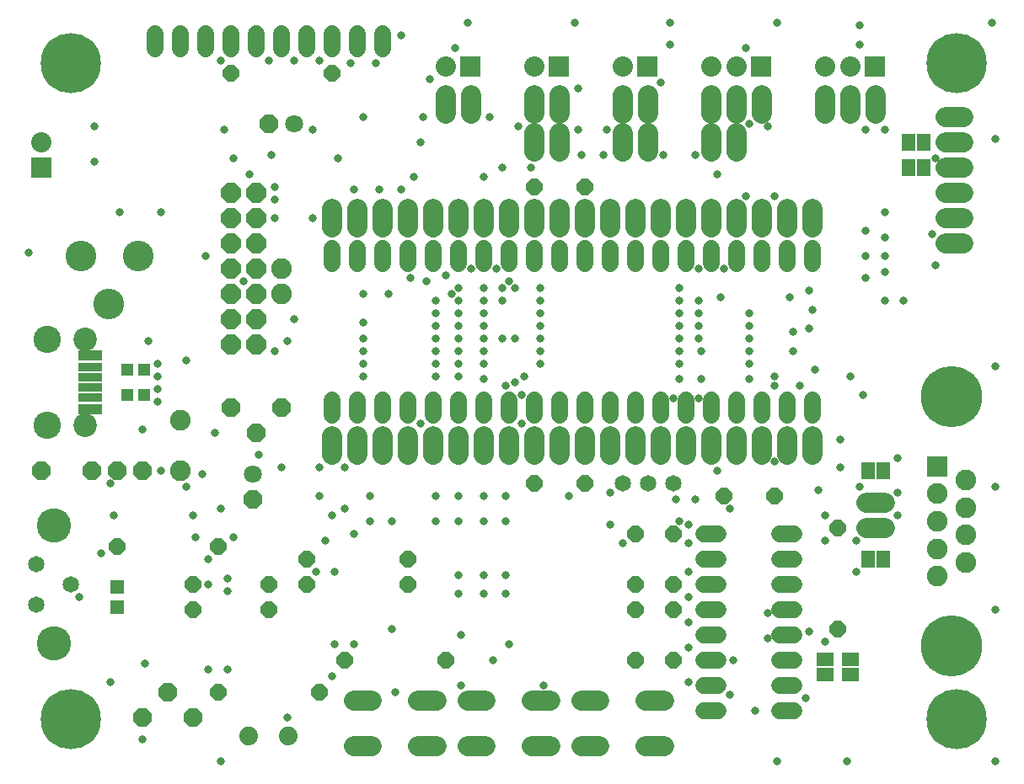
<source format=gts>
G04 EAGLE Gerber RS-274X export*
G75*
%MOMM*%
%FSLAX34Y34*%
%LPD*%
%INSoldermask Top*%
%IPPOS*%
%AMOC8*
5,1,8,0,0,1.08239X$1,22.5*%
G01*
%ADD10P,1.803519X8X202.500000*%
%ADD11P,1.803519X8X112.500000*%
%ADD12P,1.951982X8X292.500000*%
%ADD13C,1.803400*%
%ADD14P,1.803519X8X22.500000*%
%ADD15P,1.951982X8X202.500000*%
%ADD16C,3.083200*%
%ADD17R,2.032000X2.032000*%
%ADD18C,2.032000*%
%ADD19R,2.453200X0.903200*%
%ADD20R,2.453200X0.963200*%
%ADD21R,2.453200X1.003200*%
%ADD22C,2.363200*%
%ADD23C,2.743200*%
%ADD24C,2.082800*%
%ADD25C,6.045200*%
%ADD26C,1.666238*%
%ADD27C,2.032000*%
%ADD28P,2.199416X8X112.500000*%
%ADD29R,1.403200X1.403200*%
%ADD30P,1.803519X8X292.500000*%
%ADD31R,1.203200X1.303200*%
%ADD32P,2.034460X8X202.500000*%
%ADD33P,2.034460X8X22.500000*%
%ADD34C,1.879600*%
%ADD35R,1.371600X1.803400*%
%ADD36R,1.803400X1.371600*%
%ADD37C,1.643200*%
%ADD38C,3.443200*%
%ADD39P,1.973413X8X22.500000*%
%ADD40R,2.082800X2.082800*%
%ADD41C,6.146800*%
%ADD42C,0.812800*%


D10*
X571500Y292100D03*
X520700Y292100D03*
D11*
X660400Y190500D03*
X660400Y241300D03*
X660400Y114300D03*
X660400Y165100D03*
D12*
X238125Y276225D03*
D13*
X238125Y301625D03*
D11*
X622300Y114300D03*
X622300Y165100D03*
D10*
X762000Y279400D03*
X711200Y279400D03*
D11*
X622300Y190500D03*
X622300Y241300D03*
D14*
X520700Y590550D03*
X571500Y590550D03*
D15*
X254000Y654050D03*
D13*
X279400Y654050D03*
D16*
X123300Y520700D03*
X65300Y520700D03*
X93300Y472700D03*
D17*
X25400Y609800D03*
D18*
X25400Y634800D03*
D17*
X457000Y711200D03*
D18*
X432000Y711200D03*
D17*
X545900Y711200D03*
D18*
X520900Y711200D03*
D17*
X748900Y711200D03*
D18*
X723900Y711200D03*
X698900Y711200D03*
D17*
X863200Y711200D03*
D18*
X838200Y711200D03*
X813200Y711200D03*
D17*
X634800Y711200D03*
D18*
X609800Y711200D03*
D19*
X74850Y398700D03*
X74850Y388700D03*
D20*
X74850Y378500D03*
X74850Y408900D03*
D21*
X74850Y366200D03*
X74850Y421200D03*
D22*
X69850Y436900D03*
X69850Y350500D03*
D23*
X31850Y436900D03*
X31850Y350500D03*
D24*
X165100Y355600D03*
X165100Y304800D03*
D25*
X945000Y715000D03*
X945000Y55000D03*
X55000Y715000D03*
X55000Y55000D03*
D26*
X317500Y360985D02*
X317500Y375615D01*
X342900Y375615D02*
X342900Y360985D01*
X368300Y360985D02*
X368300Y375615D01*
X393700Y375615D02*
X393700Y360985D01*
X419100Y360985D02*
X419100Y375615D01*
X444500Y375615D02*
X444500Y360985D01*
X469900Y360985D02*
X469900Y375615D01*
X495300Y375615D02*
X495300Y360985D01*
X520700Y360985D02*
X520700Y375615D01*
X546100Y375615D02*
X546100Y360985D01*
X571500Y360985D02*
X571500Y375615D01*
X596900Y375615D02*
X596900Y360985D01*
X622300Y360985D02*
X622300Y375615D01*
X647700Y375615D02*
X647700Y360985D01*
X673100Y360985D02*
X673100Y375615D01*
X698500Y375615D02*
X698500Y360985D01*
X723900Y360985D02*
X723900Y375615D01*
X749300Y375615D02*
X749300Y360985D01*
X774700Y360985D02*
X774700Y375615D01*
X800100Y375615D02*
X800100Y360985D01*
X800100Y513385D02*
X800100Y528015D01*
X774700Y528015D02*
X774700Y513385D01*
X749300Y513385D02*
X749300Y528015D01*
X723900Y528015D02*
X723900Y513385D01*
X698500Y513385D02*
X698500Y528015D01*
X673100Y528015D02*
X673100Y513385D01*
X647700Y513385D02*
X647700Y528015D01*
X622300Y528015D02*
X622300Y513385D01*
X596900Y513385D02*
X596900Y528015D01*
X571500Y528015D02*
X571500Y513385D01*
X546100Y513385D02*
X546100Y528015D01*
X520700Y528015D02*
X520700Y513385D01*
X495300Y513385D02*
X495300Y528015D01*
X469900Y528015D02*
X469900Y513385D01*
X444500Y513385D02*
X444500Y528015D01*
X419100Y528015D02*
X419100Y513385D01*
X393700Y513385D02*
X393700Y528015D01*
X368300Y528015D02*
X368300Y513385D01*
X342900Y513385D02*
X342900Y528015D01*
X317500Y528015D02*
X317500Y513385D01*
X139700Y729285D02*
X139700Y743915D01*
X165100Y743915D02*
X165100Y729285D01*
X190500Y729285D02*
X190500Y743915D01*
X215900Y743915D02*
X215900Y729285D01*
X241300Y729285D02*
X241300Y743915D01*
X266700Y743915D02*
X266700Y729285D01*
X292100Y729285D02*
X292100Y743915D01*
X317500Y743915D02*
X317500Y729285D01*
X342900Y729285D02*
X342900Y743915D01*
X368300Y743915D02*
X368300Y729285D01*
D27*
X317500Y339344D02*
X317500Y321056D01*
X342900Y321056D02*
X342900Y339344D01*
X368300Y339344D02*
X368300Y321056D01*
X393700Y321056D02*
X393700Y339344D01*
X419100Y339344D02*
X419100Y321056D01*
X444500Y321056D02*
X444500Y339344D01*
X469900Y339344D02*
X469900Y321056D01*
X495300Y321056D02*
X495300Y339344D01*
X520700Y339344D02*
X520700Y321056D01*
X546100Y321056D02*
X546100Y339344D01*
X571500Y339344D02*
X571500Y321056D01*
X596900Y321056D02*
X596900Y339344D01*
X622300Y339344D02*
X622300Y321056D01*
X647700Y321056D02*
X647700Y339344D01*
X673100Y339344D02*
X673100Y321056D01*
X698500Y321056D02*
X698500Y339344D01*
X723900Y339344D02*
X723900Y321056D01*
X749300Y321056D02*
X749300Y339344D01*
X774700Y339344D02*
X774700Y321056D01*
X800100Y321056D02*
X800100Y339344D01*
X863600Y663956D02*
X863600Y682244D01*
X838200Y682244D02*
X838200Y663956D01*
X812800Y663956D02*
X812800Y682244D01*
X520700Y644144D02*
X520700Y625856D01*
X546100Y625856D02*
X546100Y644144D01*
X698500Y644144D02*
X698500Y625856D01*
X723900Y625856D02*
X723900Y644144D01*
X609600Y644144D02*
X609600Y625856D01*
X635000Y625856D02*
X635000Y644144D01*
X933831Y660400D02*
X952119Y660400D01*
X952119Y635000D02*
X933831Y635000D01*
X933831Y609600D02*
X952119Y609600D01*
X952119Y584200D02*
X933831Y584200D01*
X933831Y558800D02*
X952119Y558800D01*
X952119Y533400D02*
X933831Y533400D01*
X317500Y549656D02*
X317500Y567944D01*
X342900Y567944D02*
X342900Y549656D01*
X368300Y549656D02*
X368300Y567944D01*
X393700Y567944D02*
X393700Y549656D01*
X419100Y549656D02*
X419100Y567944D01*
X444500Y567944D02*
X444500Y549656D01*
X469900Y549656D02*
X469900Y567944D01*
X495300Y567944D02*
X495300Y549656D01*
X520700Y549656D02*
X520700Y567944D01*
X546100Y567944D02*
X546100Y549656D01*
X571500Y549656D02*
X571500Y567944D01*
X596900Y567944D02*
X596900Y549656D01*
X622300Y549656D02*
X622300Y567944D01*
X647700Y567944D02*
X647700Y549656D01*
X673100Y549656D02*
X673100Y567944D01*
X698500Y567944D02*
X698500Y549656D01*
X723900Y549656D02*
X723900Y567944D01*
X749300Y567944D02*
X749300Y549656D01*
X774700Y549656D02*
X774700Y567944D01*
X800100Y567944D02*
X800100Y549656D01*
X854456Y273050D02*
X872744Y273050D01*
X872744Y247650D02*
X854456Y247650D01*
X457200Y663956D02*
X457200Y682244D01*
X431800Y682244D02*
X431800Y663956D01*
X546100Y663956D02*
X546100Y682244D01*
X520700Y682244D02*
X520700Y663956D01*
X635000Y663956D02*
X635000Y682244D01*
X609600Y682244D02*
X609600Y663956D01*
D28*
X241300Y431800D03*
X215900Y431800D03*
X241300Y457200D03*
X215900Y457200D03*
X241300Y482600D03*
X215900Y482600D03*
X241300Y508000D03*
X215900Y508000D03*
X241300Y533400D03*
X215900Y533400D03*
X241300Y558800D03*
X215900Y558800D03*
X241300Y584200D03*
X215900Y584200D03*
D27*
X749300Y663956D02*
X749300Y682244D01*
X723900Y682244D02*
X723900Y663956D01*
X698500Y663956D02*
X698500Y682244D01*
D24*
X266700Y508000D03*
X266700Y482600D03*
D29*
X101600Y167300D03*
X101600Y188300D03*
D30*
X177800Y190500D03*
X177800Y165100D03*
X254000Y190500D03*
X254000Y165100D03*
D10*
X393700Y190500D03*
X292100Y190500D03*
D14*
X215900Y704850D03*
X317500Y704850D03*
D31*
X112150Y406400D03*
X129150Y406400D03*
X112150Y381000D03*
X129150Y381000D03*
D10*
X393700Y215900D03*
X292100Y215900D03*
D32*
X215900Y368300D03*
X266700Y368300D03*
X241300Y342900D03*
D14*
X101600Y228600D03*
X203200Y228600D03*
D30*
X825500Y247650D03*
X825500Y146050D03*
D10*
X304800Y82550D03*
X203200Y82550D03*
D33*
X177800Y57150D03*
X127000Y57150D03*
X152400Y82550D03*
D34*
X234000Y38100D03*
X274000Y38100D03*
D27*
X339344Y73406D02*
X357632Y73406D01*
X357632Y28194D02*
X339344Y28194D01*
X404368Y73406D02*
X422656Y73406D01*
X422656Y28194D02*
X404368Y28194D01*
X567944Y73406D02*
X586232Y73406D01*
X586232Y28194D02*
X567944Y28194D01*
X632968Y73406D02*
X651256Y73406D01*
X651256Y28194D02*
X632968Y28194D01*
X471932Y73406D02*
X453644Y73406D01*
X453644Y28194D02*
X471932Y28194D01*
X518668Y73406D02*
X536956Y73406D01*
X536956Y28194D02*
X518668Y28194D01*
D35*
X855980Y304800D03*
X871220Y304800D03*
X855980Y215900D03*
X871220Y215900D03*
D36*
X812800Y115570D03*
X812800Y100330D03*
X838200Y115570D03*
X838200Y100330D03*
D37*
X20600Y210500D03*
X20600Y170500D03*
X55600Y190500D03*
D38*
X38100Y131000D03*
X38100Y250000D03*
D39*
X76200Y304800D03*
X101600Y304800D03*
X127000Y304800D03*
X25400Y304800D03*
D37*
X609600Y292100D03*
X635000Y292100D03*
X660400Y292100D03*
D26*
X691185Y241300D02*
X705815Y241300D01*
X705815Y215900D02*
X691185Y215900D01*
X691185Y190500D02*
X705815Y190500D01*
X705815Y165100D02*
X691185Y165100D01*
X691185Y139700D02*
X705815Y139700D01*
X705815Y114300D02*
X691185Y114300D01*
X691185Y88900D02*
X705815Y88900D01*
X705815Y63500D02*
X691185Y63500D01*
X767385Y63500D02*
X782015Y63500D01*
X782015Y88900D02*
X767385Y88900D01*
X767385Y114300D02*
X782015Y114300D01*
X782015Y139700D02*
X767385Y139700D01*
X767385Y165100D02*
X782015Y165100D01*
X782015Y190500D02*
X767385Y190500D01*
X767385Y215900D02*
X782015Y215900D01*
X782015Y241300D02*
X767385Y241300D01*
D40*
X925600Y309400D03*
D24*
X925600Y281700D03*
X925600Y254000D03*
X925600Y226300D03*
X925600Y198600D03*
X954000Y295500D03*
X954000Y267800D03*
X954000Y240200D03*
X954000Y212500D03*
D41*
X939800Y379000D03*
X939800Y129000D03*
D14*
X330200Y114300D03*
X431800Y114300D03*
D35*
X897255Y635000D03*
X912495Y635000D03*
X897255Y609600D03*
X912495Y609600D03*
D42*
X142875Y412750D03*
X142875Y400050D03*
X142875Y387350D03*
X142875Y374650D03*
X171450Y415925D03*
X206375Y717550D03*
X254000Y717550D03*
X257175Y622300D03*
X219075Y619125D03*
X190500Y520700D03*
X260350Y558800D03*
X298450Y558800D03*
X260350Y590550D03*
X260350Y577850D03*
X234950Y603250D03*
X323850Y619125D03*
X298450Y647700D03*
X304800Y717550D03*
X279400Y717550D03*
X336550Y714375D03*
X361950Y714375D03*
X349250Y660400D03*
X409575Y660400D03*
X415925Y698500D03*
X387350Y742950D03*
X441325Y730250D03*
X454025Y755650D03*
X476250Y660400D03*
X406400Y635000D03*
X504825Y650875D03*
X469900Y600075D03*
X400050Y600075D03*
X488950Y609600D03*
X365125Y587375D03*
X339725Y587375D03*
X387350Y587375D03*
X349250Y482600D03*
X349250Y454025D03*
X349250Y438150D03*
X349250Y425450D03*
X349250Y412750D03*
X349250Y400050D03*
X444500Y412750D03*
X444500Y400050D03*
X444500Y425450D03*
X444500Y438150D03*
X444500Y450850D03*
X444500Y463550D03*
X444500Y476250D03*
X444500Y488950D03*
X374650Y482600D03*
X396875Y498475D03*
X431800Y501650D03*
X457200Y508000D03*
X482600Y508000D03*
X469900Y488950D03*
X469900Y476250D03*
X469900Y463550D03*
X469900Y450850D03*
X469900Y438150D03*
X488950Y438150D03*
X488950Y476250D03*
X488950Y488950D03*
X501650Y488950D03*
X501650Y438150D03*
X511175Y400050D03*
X492125Y390525D03*
X469900Y396875D03*
X469900Y412750D03*
X469900Y425450D03*
X422275Y400050D03*
X422275Y412750D03*
X422275Y425450D03*
X422275Y438150D03*
X422275Y450850D03*
X422275Y463550D03*
X422275Y476250D03*
X527050Y412750D03*
X527050Y425450D03*
X527050Y438150D03*
X527050Y450850D03*
X527050Y463550D03*
X527050Y476250D03*
X527050Y488950D03*
X666750Y488950D03*
X666750Y476250D03*
X666750Y463550D03*
X666750Y450850D03*
X666750Y438150D03*
X666750Y425450D03*
X666750Y412750D03*
X666750Y396875D03*
X508000Y381000D03*
X660400Y377825D03*
X555625Y279400D03*
X492125Y279400D03*
X469900Y279400D03*
X444500Y279400D03*
X444500Y254000D03*
X469900Y254000D03*
X492125Y254000D03*
X492125Y200025D03*
X469900Y200025D03*
X444500Y200025D03*
X422275Y254000D03*
X422275Y279400D03*
X355600Y279400D03*
X355600Y254000D03*
X377825Y254000D03*
X377825Y146050D03*
X339725Y130175D03*
X381000Y82550D03*
X447675Y88900D03*
X469900Y180975D03*
X492125Y180975D03*
X444500Y180975D03*
X530225Y88900D03*
X676275Y152400D03*
X676275Y177800D03*
X676275Y203200D03*
X676275Y231775D03*
X676275Y127000D03*
X676275Y92075D03*
X717550Y79375D03*
X755650Y161925D03*
X755650Y136525D03*
X796925Y142875D03*
X793750Y76200D03*
X844550Y203200D03*
X844550Y234950D03*
X812800Y234950D03*
X812800Y260350D03*
X717550Y266700D03*
X676275Y250825D03*
X663575Y276225D03*
X682625Y276225D03*
X704850Y304800D03*
X762000Y314325D03*
X828675Y336550D03*
X806450Y285750D03*
X828675Y307975D03*
X850900Y381000D03*
X838200Y400050D03*
X787400Y390525D03*
X762000Y390525D03*
X736600Y396875D03*
X736600Y412750D03*
X736600Y425450D03*
X736600Y438150D03*
X736600Y450850D03*
X736600Y463550D03*
X708025Y479425D03*
X777875Y479425D03*
X796925Y485775D03*
X796925Y447675D03*
X781050Y425450D03*
X803275Y406400D03*
X854075Y498475D03*
X873125Y504825D03*
X873125Y476250D03*
X892175Y476250D03*
X923925Y511175D03*
X873125Y539750D03*
X923925Y619125D03*
X800100Y466725D03*
X736600Y654050D03*
X733425Y730250D03*
X847725Y733425D03*
X854075Y647700D03*
X755650Y650875D03*
X762000Y581025D03*
X733425Y581025D03*
X650875Y622300D03*
X682625Y622300D03*
X647700Y695325D03*
X657225Y733425D03*
X657225Y755650D03*
X765175Y755650D03*
X847725Y752475D03*
X561975Y755650D03*
X565150Y688975D03*
X565150Y647700D03*
X593725Y647700D03*
X517525Y609600D03*
X568325Y622300D03*
X590550Y622300D03*
X704850Y603250D03*
X711200Y508000D03*
X685800Y508000D03*
X685800Y476250D03*
X685800Y463550D03*
X685800Y450850D03*
X685800Y438150D03*
X688975Y425450D03*
X984250Y409575D03*
X984250Y165100D03*
X984250Y12700D03*
X835025Y12700D03*
X765175Y12700D03*
X873125Y647700D03*
X981075Y755650D03*
X984250Y638175D03*
X873125Y565150D03*
X854075Y546100D03*
X854075Y520700D03*
X984250Y288925D03*
X206375Y12700D03*
X127000Y34925D03*
X317500Y98425D03*
X212725Y184150D03*
X193675Y190500D03*
X63500Y177800D03*
X130175Y111125D03*
X95250Y92075D03*
X177800Y260350D03*
X206375Y266700D03*
X219075Y238125D03*
X180975Y238125D03*
X212725Y196850D03*
X193675Y215900D03*
X171450Y288925D03*
X187325Y301625D03*
X146050Y304800D03*
X95250Y292100D03*
X200025Y342900D03*
X244475Y320675D03*
X266700Y307975D03*
X304800Y279400D03*
X304800Y307975D03*
X330200Y307975D03*
X330200Y266700D03*
X311150Y234950D03*
X212725Y104775D03*
X339725Y241300D03*
X146050Y565150D03*
X104775Y565150D03*
X79375Y615950D03*
X79375Y650875D03*
X12700Y523875D03*
X209550Y647700D03*
X133350Y434975D03*
X279400Y457200D03*
X273050Y434975D03*
X260350Y425450D03*
X228600Y495300D03*
X609600Y231775D03*
X596900Y250825D03*
X596900Y282575D03*
X508000Y352425D03*
X406400Y352425D03*
X495300Y130175D03*
X479425Y114300D03*
X447675Y139700D03*
X320675Y130175D03*
X273050Y57150D03*
X193675Y104775D03*
X85725Y222250D03*
X98425Y260350D03*
X127000Y346075D03*
X885825Y260350D03*
X885825Y282575D03*
X885825Y317500D03*
X720725Y114300D03*
X742950Y63500D03*
X685800Y377825D03*
X873125Y520700D03*
X301625Y203200D03*
X320675Y203200D03*
X920750Y542925D03*
X847725Y288925D03*
X317500Y260350D03*
X762000Y400050D03*
X438150Y482600D03*
X666750Y254000D03*
X781050Y444500D03*
X812800Y133350D03*
X501650Y393700D03*
X495300Y495300D03*
X412750Y495300D03*
X688975Y396875D03*
M02*

</source>
